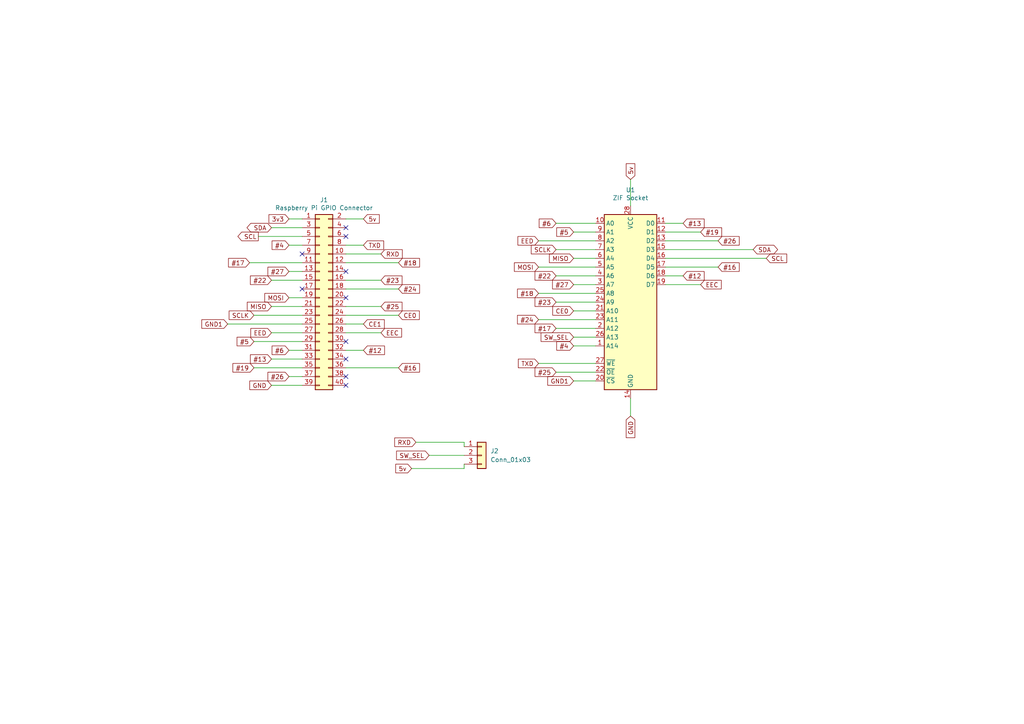
<source format=kicad_sch>
(kicad_sch (version 20211123) (generator eeschema)
  (paper "A4")
  (title_block (title "Pi EEProm Programmer") (date "2023-08-16") (rev "0.9.1"))
  (lib_symbols
    (symbol "Connector_Generic:Conn_01x03" (pin_names (offset 1.016) hide)
      (property "Reference" "J" (at 0 5.08 0))
      (property "Value" "Conn_01x03" (at 0 -5.08 0))
      (symbol "Conn_01x03_1_1"
        (rectangle (start -1.27 -2.413) (end 0 -2.667) (stroke (width 0.1524)))
        (rectangle (start -1.27 0.127) (end 0 -0.127) (stroke (width 0.1524)))
        (rectangle (start -1.27 2.667) (end 0 2.413) (stroke (width 0.1524)))
        (rectangle (start -1.27 3.81) (end 1.27 -3.81) (stroke (width 0.254)) (fill (type background)))
        (pin passive line (at -5.08 2.54 0) (length 3.81) (name "Pin_1") (number "1"))
        (pin passive line (at -5.08 0 0) (length 3.81) (name "Pin_2") (number "2"))
        (pin passive line (at -5.08 -2.54 0) (length 3.81) (name "Pin_3") (number "3"))
      )
    )
    (symbol "pi-eeprom-programmer-rescue:28C256-Memory_EEPROM"
      (property "Reference" "U" (at -7.62 26.67 0))
      (property "Value" "28C256-Memory_EEPROM" (at 2.54 -26.67 0))
      (symbol "28C256-Memory_EEPROM_1_1"
        (rectangle (start -7.62 25.4) (end 7.62 -25.4) (stroke (width 0.254)) (fill (type background)))
        (pin input line (at -10.16 -12.7 0) (length 2.54) (name "A14") (number "1"))
        (pin input line (at -10.16 22.86 0) (length 2.54) (name "A0") (number "10"))
        (pin tri_state line (at 10.16 22.86 180) (length 2.54) (name "D0") (number "11"))
        (pin tri_state line (at 10.16 20.32 180) (length 2.54) (name "D1") (number "12"))
        (pin tri_state line (at 10.16 17.78 180) (length 2.54) (name "D2") (number "13"))
        (pin power_in line (at 0 -27.94 90) (length 2.54) (name "GND") (number "14"))
        (pin tri_state line (at 10.16 15.24 180) (length 2.54) (name "D3") (number "15"))
        (pin tri_state line (at 10.16 12.7 180) (length 2.54) (name "D4") (number "16"))
        (pin tri_state line (at 10.16 10.16 180) (length 2.54) (name "D5") (number "17"))
        (pin tri_state line (at 10.16 7.62 180) (length 2.54) (name "D6") (number "18"))
        (pin tri_state line (at 10.16 5.08 180) (length 2.54) (name "D7") (number "19"))
        (pin input line (at -10.16 -7.62 0) (length 2.54) (name "A12") (number "2"))
        (pin input line (at -10.16 -22.86 0) (length 2.54) (name "~{CS}") (number "20"))
        (pin input line (at -10.16 -2.54 0) (length 2.54) (name "A10") (number "21"))
        (pin input line (at -10.16 -20.32 0) (length 2.54) (name "~{OE}") (number "22"))
        (pin input line (at -10.16 -5.08 0) (length 2.54) (name "A11") (number "23"))
        (pin input line (at -10.16 0 0) (length 2.54) (name "A9") (number "24"))
        (pin input line (at -10.16 2.54 0) (length 2.54) (name "A8") (number "25"))
        (pin input line (at -10.16 -10.16 0) (length 2.54) (name "A13") (number "26"))
        (pin input line (at -10.16 -17.78 0) (length 2.54) (name "~{WE}") (number "27"))
        (pin power_in line (at 0 27.94 270) (length 2.54) (name "VCC") (number "28"))
        (pin input line (at -10.16 5.08 0) (length 2.54) (name "A7") (number "3"))
        (pin input line (at -10.16 7.62 0) (length 2.54) (name "A6") (number "4"))
        (pin input line (at -10.16 10.16 0) (length 2.54) (name "A5") (number "5"))
        (pin input line (at -10.16 12.7 0) (length 2.54) (name "A4") (number "6"))
        (pin input line (at -10.16 15.24 0) (length 2.54) (name "A3") (number "7"))
        (pin input line (at -10.16 17.78 0) (length 2.54) (name "A2") (number "8"))
        (pin input line (at -10.16 20.32 0) (length 2.54) (name "A1") (number "9"))
      )
    )
    (symbol "pi-eeprom-programmer-rescue:Conn_02x20_Odd_Even-Connector_Generic" (pin_names (offset 1.016) hide)
      (property "Reference" "J" (at 1.27 25.4 0))
      (property "Value" "Conn_02x20_Odd_Even-Connector_Generic" (at 1.27 -27.94 0))
      (symbol "Conn_02x20_Odd_Even-Connector_Generic_1_1"
        (rectangle (start -1.27 -25.273) (end 0 -25.527) (stroke (width 0.1524)))
        (rectangle (start -1.27 -22.733) (end 0 -22.987) (stroke (width 0.1524)))
        (rectangle (start -1.27 -20.193) (end 0 -20.447) (stroke (width 0.1524)))
        (rectangle (start -1.27 -17.653) (end 0 -17.907) (stroke (width 0.1524)))
        (rectangle (start -1.27 -15.113) (end 0 -15.367) (stroke (width 0.1524)))
        (rectangle (start -1.27 -12.573) (end 0 -12.827) (stroke (width 0.1524)))
        (rectangle (start -1.27 -10.033) (end 0 -10.287) (stroke (width 0.1524)))
        (rectangle (start -1.27 -7.493) (end 0 -7.747) (stroke (width 0.1524)))
        (rectangle (start -1.27 -4.953) (end 0 -5.207) (stroke (width 0.1524)))
        (rectangle (start -1.27 -2.413) (end 0 -2.667) (stroke (width 0.1524)))
        (rectangle (start -1.27 0.127) (end 0 -0.127) (stroke (width 0.1524)))
        (rectangle (start -1.27 2.667) (end 0 2.413) (stroke (width 0.1524)))
        (rectangle (start -1.27 5.207) (end 0 4.953) (stroke (width 0.1524)))
        (rectangle (start -1.27 7.747) (end 0 7.493) (stroke (width 0.1524)))
        (rectangle (start -1.27 10.287) (end 0 10.033) (stroke (width 0.1524)))
        (rectangle (start -1.27 12.827) (end 0 12.573) (stroke (width 0.1524)))
        (rectangle (start -1.27 15.367) (end 0 15.113) (stroke (width 0.1524)))
        (rectangle (start -1.27 17.907) (end 0 17.653) (stroke (width 0.1524)))
        (rectangle (start -1.27 20.447) (end 0 20.193) (stroke (width 0.1524)))
        (rectangle (start -1.27 22.987) (end 0 22.733) (stroke (width 0.1524)))
        (rectangle (start -1.27 24.13) (end 3.81 -26.67) (stroke (width 0.254)) (fill (type background)))
        (rectangle (start 3.81 -25.273) (end 2.54 -25.527) (stroke (width 0.1524)))
        (rectangle (start 3.81 -22.733) (end 2.54 -22.987) (stroke (width 0.1524)))
        (rectangle (start 3.81 -20.193) (end 2.54 -20.447) (stroke (width 0.1524)))
        (rectangle (start 3.81 -17.653) (end 2.54 -17.907) (stroke (width 0.1524)))
        (rectangle (start 3.81 -15.113) (end 2.54 -15.367) (stroke (width 0.1524)))
        (rectangle (start 3.81 -12.573) (end 2.54 -12.827) (stroke (width 0.1524)))
        (rectangle (start 3.81 -10.033) (end 2.54 -10.287) (stroke (width 0.1524)))
        (rectangle (start 3.81 -7.493) (end 2.54 -7.747) (stroke (width 0.1524)))
        (rectangle (start 3.81 -4.953) (end 2.54 -5.207) (stroke (width 0.1524)))
        (rectangle (start 3.81 -2.413) (end 2.54 -2.667) (stroke (width 0.1524)))
        (rectangle (start 3.81 0.127) (end 2.54 -0.127) (stroke (width 0.1524)))
        (rectangle (start 3.81 2.667) (end 2.54 2.413) (stroke (width 0.1524)))
        (rectangle (start 3.81 5.207) (end 2.54 4.953) (stroke (width 0.1524)))
        (rectangle (start 3.81 7.747) (end 2.54 7.493) (stroke (width 0.1524)))
        (rectangle (start 3.81 10.287) (end 2.54 10.033) (stroke (width 0.1524)))
        (rectangle (start 3.81 12.827) (end 2.54 12.573) (stroke (width 0.1524)))
        (rectangle (start 3.81 15.367) (end 2.54 15.113) (stroke (width 0.1524)))
        (rectangle (start 3.81 17.907) (end 2.54 17.653) (stroke (width 0.1524)))
        (rectangle (start 3.81 20.447) (end 2.54 20.193) (stroke (width 0.1524)))
        (rectangle (start 3.81 22.987) (end 2.54 22.733) (stroke (width 0.1524)))
        (pin passive line (at -5.08 22.86 0) (length 3.81) (name "Pin_1") (number "1"))
        (pin passive line (at 7.62 12.7 180) (length 3.81) (name "Pin_10") (number "10"))
        (pin passive line (at -5.08 10.16 0) (length 3.81) (name "Pin_11") (number "11"))
        (pin passive line (at 7.62 10.16 180) (length 3.81) (name "Pin_12") (number "12"))
        (pin passive line (at -5.08 7.62 0) (length 3.81) (name "Pin_13") (number "13"))
        (pin passive line (at 7.62 7.62 180) (length 3.81) (name "Pin_14") (number "14"))
        (pin passive line (at -5.08 5.08 0) (length 3.81) (name "Pin_15") (number "15"))
        (pin passive line (at 7.62 5.08 180) (length 3.81) (name "Pin_16") (number "16"))
        (pin passive line (at -5.08 2.54 0) (length 3.81) (name "Pin_17") (number "17"))
        (pin passive line (at 7.62 2.54 180) (length 3.81) (name "Pin_18") (number "18"))
        (pin passive line (at -5.08 0 0) (length 3.81) (name "Pin_19") (number "19"))
        (pin passive line (at 7.62 22.86 180) (length 3.81) (name "Pin_2") (number "2"))
        (pin passive line (at 7.62 0 180) (length 3.81) (name "Pin_20") (number "20"))
        (pin passive line (at -5.08 -2.54 0) (length 3.81) (name "Pin_21") (number "21"))
        (pin passive line (at 7.62 -2.54 180) (length 3.81) (name "Pin_22") (number "22"))
        (pin passive line (at -5.08 -5.08 0) (length 3.81) (name "Pin_23") (number "23"))
        (pin passive line (at 7.62 -5.08 180) (length 3.81) (name "Pin_24") (number "24"))
        (pin passive line (at -5.08 -7.62 0) (length 3.81) (name "Pin_25") (number "25"))
        (pin passive line (at 7.62 -7.62 180) (length 3.81) (name "Pin_26") (number "26"))
        (pin passive line (at -5.08 -10.16 0) (length 3.81) (name "Pin_27") (number "27"))
        (pin passive line (at 7.62 -10.16 180) (length 3.81) (name "Pin_28") (number "28"))
        (pin passive line (at -5.08 -12.7 0) (length 3.81) (name "Pin_29") (number "29"))
        (pin passive line (at -5.08 20.32 0) (length 3.81) (name "Pin_3") (number "3"))
        (pin passive line (at 7.62 -12.7 180) (length 3.81) (name "Pin_30") (number "30"))
        (pin passive line (at -5.08 -15.24 0) (length 3.81) (name "Pin_31") (number "31"))
        (pin passive line (at 7.62 -15.24 180) (length 3.81) (name "Pin_32") (number "32"))
        (pin passive line (at -5.08 -17.78 0) (length 3.81) (name "Pin_33") (number "33"))
        (pin passive line (at 7.62 -17.78 180) (length 3.81) (name "Pin_34") (number "34"))
        (pin passive line (at -5.08 -20.32 0) (length 3.81) (name "Pin_35") (number "35"))
        (pin passive line (at 7.62 -20.32 180) (length 3.81) (name "Pin_36") (number "36"))
        (pin passive line (at -5.08 -22.86 0) (length 3.81) (name "Pin_37") (number "37"))
        (pin passive line (at 7.62 -22.86 180) (length 3.81) (name "Pin_38") (number "38"))
        (pin passive line (at -5.08 -25.4 0) (length 3.81) (name "Pin_39") (number "39"))
        (pin passive line (at 7.62 20.32 180) (length 3.81) (name "Pin_4") (number "4"))
        (pin passive line (at 7.62 -25.4 180) (length 3.81) (name "Pin_40") (number "40"))
        (pin passive line (at -5.08 17.78 0) (length 3.81) (name "Pin_5") (number "5"))
        (pin passive line (at 7.62 17.78 180) (length 3.81) (name "Pin_6") (number "6"))
        (pin passive line (at -5.08 15.24 0) (length 3.81) (name "Pin_7") (number "7"))
        (pin passive line (at 7.62 15.24 180) (length 3.81) (name "Pin_8") (number "8"))
        (pin passive line (at -5.08 12.7 0) (length 3.81) (name "Pin_9") (number "9"))
      )
    )
  )
  (no_connect (at 100.33 66.04))
  (no_connect (at 100.33 109.22))
  (no_connect (at 100.33 104.14))
  (no_connect (at 87.63 73.66))
  (no_connect (at 100.33 99.06))
  (no_connect (at 100.33 86.36))
  (no_connect (at 100.33 68.58))
  (no_connect (at 100.33 78.74))
  (no_connect (at 87.63 83.82))
  (no_connect (at 100.33 111.76))
  (wire (pts (xy 161.29 80.01) (xy 172.72 80.01)))
  (wire (pts (xy 156.21 105.41) (xy 172.72 105.41)))
  (wire (pts (xy 83.82 78.74) (xy 87.63 78.74)))
  (wire (pts (xy 115.57 91.44) (xy 100.33 91.44)))
  (wire (pts (xy 73.66 91.44) (xy 87.63 91.44)))
  (wire (pts (xy 115.57 83.82) (xy 100.33 83.82)))
  (wire (pts (xy 198.12 80.01) (xy 193.04 80.01)))
  (wire (pts (xy 166.37 74.93) (xy 172.72 74.93)))
  (wire (pts (xy 166.37 82.55) (xy 172.72 82.55)))
  (wire (pts (xy 78.74 81.28) (xy 87.63 81.28)))
  (wire (pts (xy 105.41 71.12) (xy 100.33 71.12)))
  (wire (pts (xy 105.41 63.5) (xy 100.33 63.5)))
  (wire (pts (xy 78.74 104.14) (xy 87.63 104.14)))
  (wire (pts (xy 83.82 63.5) (xy 87.63 63.5)))
  (wire (pts (xy 110.49 73.66) (xy 100.33 73.66)))
  (wire (pts (xy 78.74 66.04) (xy 87.63 66.04)))
  (wire (pts (xy 124.46 132.08) (xy 134.62 132.08)))
  (wire (pts (xy 161.29 87.63) (xy 172.72 87.63)))
  (wire (pts (xy 83.82 71.12) (xy 87.63 71.12)))
  (wire (pts (xy 72.39 76.2) (xy 87.63 76.2)))
  (wire (pts (xy 161.29 72.39) (xy 172.72 72.39)))
  (wire (pts (xy 208.28 69.85) (xy 193.04 69.85)))
  (wire (pts (xy 166.37 67.31) (xy 172.72 67.31)))
  (wire (pts (xy 78.74 96.52) (xy 87.63 96.52)))
  (wire (pts (xy 182.88 120.65) (xy 182.88 115.57)))
  (wire (pts (xy 203.2 82.55) (xy 193.04 82.55)))
  (wire (pts (xy 156.21 69.85) (xy 172.72 69.85)))
  (wire (pts (xy 161.29 107.95) (xy 172.72 107.95)))
  (wire (pts (xy 166.37 100.33) (xy 172.72 100.33)))
  (wire (pts (xy 134.62 135.89) (xy 134.62 134.62)))
  (wire (pts (xy 78.74 88.9) (xy 87.63 88.9)))
  (wire (pts (xy 120.65 128.27) (xy 134.62 128.27)))
  (wire (pts (xy 161.29 64.77) (xy 172.72 64.77)))
  (wire (pts (xy 83.82 101.6) (xy 87.63 101.6)))
  (wire (pts (xy 110.49 88.9) (xy 100.33 88.9)))
  (wire (pts (xy 110.49 81.28) (xy 100.33 81.28)))
  (wire (pts (xy 115.57 76.2) (xy 100.33 76.2)))
  (wire (pts (xy 156.21 77.47) (xy 172.72 77.47)))
  (wire (pts (xy 73.66 99.06) (xy 87.63 99.06)))
  (wire (pts (xy 218.44 72.39) (xy 193.04 72.39)))
  (wire (pts (xy 166.37 110.49) (xy 172.72 110.49)))
  (wire (pts (xy 161.29 95.25) (xy 172.72 95.25)))
  (wire (pts (xy 134.62 128.27) (xy 134.62 129.54)))
  (wire (pts (xy 182.88 52.07) (xy 182.88 59.69)))
  (wire (pts (xy 203.2 67.31) (xy 193.04 67.31)))
  (wire (pts (xy 83.82 86.36) (xy 87.63 86.36)))
  (wire (pts (xy 73.66 106.68) (xy 87.63 106.68)))
  (wire (pts (xy 74.93 68.58) (xy 87.63 68.58)))
  (wire (pts (xy 166.37 97.79) (xy 172.72 97.79)))
  (wire (pts (xy 105.41 93.98) (xy 100.33 93.98)))
  (wire (pts (xy 119.38 135.89) (xy 134.62 135.89)))
  (wire (pts (xy 198.12 64.77) (xy 193.04 64.77)))
  (wire (pts (xy 166.37 90.17) (xy 172.72 90.17)))
  (wire (pts (xy 156.21 92.71) (xy 172.72 92.71)))
  (wire (pts (xy 222.25 74.93) (xy 193.04 74.93)))
  (wire (pts (xy 110.49 96.52) (xy 100.33 96.52)))
  (wire (pts (xy 83.82 109.22) (xy 87.63 109.22)))
  (wire (pts (xy 115.57 106.68) (xy 100.33 106.68)))
  (wire (pts (xy 105.41 101.6) (xy 100.33 101.6)))
  (wire (pts (xy 208.28 77.47) (xy 193.04 77.47)))
  (wire (pts (xy 87.63 111.76) (xy 78.74 111.76)))
  (wire (pts (xy 66.04 93.98) (xy 87.63 93.98)))
  (wire (pts (xy 156.21 85.09) (xy 172.72 85.09)))
  (global_label "#5" (shape input) (at 73.66 99.06 180) (property "Intersheet References" "${INTERSHEET_REFS}" (effects hide)))
  (global_label "#6" (shape input) (at 161.29 64.77 180) (property "Intersheet References" "${INTERSHEET_REFS}" (effects hide)))
  (global_label "#27" (shape input) (at 166.37 82.55 180) (property "Intersheet References" "${INTERSHEET_REFS}" (effects hide)))
  (global_label "EEC" (shape input) (at 203.2 82.55 0) (property "Intersheet References" "${INTERSHEET_REFS}" (effects hide)))
  (global_label "#12" (shape input) (at 198.12 80.01 0) (property "Intersheet References" "${INTERSHEET_REFS}" (effects hide)))
  (global_label "#23" (shape input) (at 110.49 81.28 0) (property "Intersheet References" "${INTERSHEET_REFS}" (effects hide)))
  (global_label "RXD" (shape input) (at 110.49 73.66 0) (property "Intersheet References" "${INTERSHEET_REFS}" (effects hide)))
  (global_label "3v3" (shape input) (at 83.82 63.5 180) (property "Intersheet References" "${INTERSHEET_REFS}" (effects hide)))
  (global_label "#22" (shape input) (at 78.74 81.28 180) (property "Intersheet References" "${INTERSHEET_REFS}" (effects hide)))
  (global_label "#12" (shape input) (at 105.41 101.6 0) (property "Intersheet References" "${INTERSHEET_REFS}" (effects hide)))
  (global_label "SDA" (shape bidirectional) (at 78.74 66.04 180) (property "Intersheet References" "${INTERSHEET_REFS}" (effects hide)))
  (global_label "CE0" (shape input) (at 166.37 90.17 180) (property "Intersheet References" "${INTERSHEET_REFS}" (effects hide)))
  (global_label "#18" (shape input) (at 156.21 85.09 180) (property "Intersheet References" "${INTERSHEET_REFS}" (effects hide)))
  (global_label "SCL" (shape input) (at 222.25 74.93 0) (property "Intersheet References" "${INTERSHEET_REFS}" (effects hide)))
  (global_label "SW_SEL" (shape input) (at 124.46 132.08 180) (property "Intersheet References" "${INTERSHEET_REFS}" (effects hide)))
  (global_label "#24" (shape input) (at 156.21 92.71 180) (property "Intersheet References" "${INTERSHEET_REFS}" (effects hide)))
  (global_label "SDA" (shape bidirectional) (at 218.44 72.39 0) (property "Intersheet References" "${INTERSHEET_REFS}" (effects hide)))
  (global_label "GND1" (shape input) (at 166.37 110.49 180) (property "Intersheet References" "${INTERSHEET_REFS}" (effects hide)))
  (global_label "#16" (shape input) (at 208.28 77.47 0) (property "Intersheet References" "${INTERSHEET_REFS}" (effects hide)))
  (global_label "SCLK" (shape input) (at 161.29 72.39 180) (property "Intersheet References" "${INTERSHEET_REFS}" (effects hide)))
  (global_label "MISO" (shape input) (at 166.37 74.93 180) (property "Intersheet References" "${INTERSHEET_REFS}" (effects hide)))
  (global_label "TXD" (shape input) (at 156.21 105.41 180) (property "Intersheet References" "${INTERSHEET_REFS}" (effects hide)))
  (global_label "#26" (shape input) (at 208.28 69.85 0) (property "Intersheet References" "${INTERSHEET_REFS}" (effects hide)))
  (global_label "#23" (shape input) (at 161.29 87.63 180) (property "Intersheet References" "${INTERSHEET_REFS}" (effects hide)))
  (global_label "GND1" (shape input) (at 66.04 93.98 180) (property "Intersheet References" "${INTERSHEET_REFS}" (effects hide)))
  (global_label "EEC" (shape input) (at 110.49 96.52 0) (property "Intersheet References" "${INTERSHEET_REFS}" (effects hide)))
  (global_label "MOSI" (shape input) (at 156.21 77.47 180) (property "Intersheet References" "${INTERSHEET_REFS}" (effects hide)))
  (global_label "#4" (shape input) (at 83.82 71.12 180) (property "Intersheet References" "${INTERSHEET_REFS}" (effects hide)))
  (global_label "#27" (shape input) (at 83.82 78.74 180) (property "Intersheet References" "${INTERSHEET_REFS}" (effects hide)))
  (global_label "#4" (shape input) (at 166.37 100.33 180) (property "Intersheet References" "${INTERSHEET_REFS}" (effects hide)))
  (global_label "#6" (shape input) (at 83.82 101.6 180) (property "Intersheet References" "${INTERSHEET_REFS}" (effects hide)))
  (global_label "#17" (shape input) (at 72.39 76.2 180) (property "Intersheet References" "${INTERSHEET_REFS}" (effects hide)))
  (global_label "5v" (shape input) (at 105.41 63.5 0) (property "Intersheet References" "${INTERSHEET_REFS}" (effects hide)))
  (global_label "MISO" (shape input) (at 78.74 88.9 180) (property "Intersheet References" "${INTERSHEET_REFS}" (effects hide)))
  (global_label "RXD" (shape input) (at 120.65 128.27 180) (property "Intersheet References" "${INTERSHEET_REFS}" (effects hide)))
  (global_label "GND" (shape input) (at 182.88 120.65 270) (property "Intersheet References" "${INTERSHEET_REFS}" (effects hide)))
  (global_label "5v" (shape input) (at 182.88 52.07 90) (property "Intersheet References" "${INTERSHEET_REFS}" (effects hide)))
  (global_label "#22" (shape input) (at 161.29 80.01 180) (property "Intersheet References" "${INTERSHEET_REFS}" (effects hide)))
  (global_label "#25" (shape input) (at 161.29 107.95 180) (property "Intersheet References" "${INTERSHEET_REFS}" (effects hide)))
  (global_label "SCL" (shape output) (at 74.93 68.58 180) (property "Intersheet References" "${INTERSHEET_REFS}" (effects hide)))
  (global_label "CE1" (shape input) (at 105.41 93.98 0) (property "Intersheet References" "${INTERSHEET_REFS}" (effects hide)))
  (global_label "EED" (shape input) (at 78.74 96.52 180) (property "Intersheet References" "${INTERSHEET_REFS}" (effects hide)))
  (global_label "#18" (shape input) (at 115.57 76.2 0) (property "Intersheet References" "${INTERSHEET_REFS}" (effects hide)))
  (global_label "#5" (shape input) (at 166.37 67.31 180) (property "Intersheet References" "${INTERSHEET_REFS}" (effects hide)))
  (global_label "#25" (shape input) (at 110.49 88.9 0) (property "Intersheet References" "${INTERSHEET_REFS}" (effects hide)))
  (global_label "GND" (shape input) (at 78.74 111.76 180) (property "Intersheet References" "${INTERSHEET_REFS}" (effects hide)))
  (global_label "#16" (shape input) (at 115.57 106.68 0) (property "Intersheet References" "${INTERSHEET_REFS}" (effects hide)))
  (global_label "5v" (shape input) (at 119.38 135.89 180) (property "Intersheet References" "${INTERSHEET_REFS}" (effects hide)))
  (global_label "SCLK" (shape input) (at 73.66 91.44 180) (property "Intersheet References" "${INTERSHEET_REFS}" (effects hide)))
  (global_label "#13" (shape input) (at 198.12 64.77 0) (property "Intersheet References" "${INTERSHEET_REFS}" (effects hide)))
  (global_label "EED" (shape input) (at 156.21 69.85 180) (property "Intersheet References" "${INTERSHEET_REFS}" (effects hide)))
  (global_label "#17" (shape input) (at 161.29 95.25 180) (property "Intersheet References" "${INTERSHEET_REFS}" (effects hide)))
  (global_label "#19" (shape input) (at 73.66 106.68 180) (property "Intersheet References" "${INTERSHEET_REFS}" (effects hide)))
  (global_label "CE0" (shape input) (at 115.57 91.44 0) (property "Intersheet References" "${INTERSHEET_REFS}" (effects hide)))
  (global_label "#24" (shape input) (at 115.57 83.82 0) (property "Intersheet References" "${INTERSHEET_REFS}" (effects hide)))
  (global_label "#19" (shape input) (at 203.2 67.31 0) (property "Intersheet References" "${INTERSHEET_REFS}" (effects hide)))
  (global_label "MOSI" (shape input) (at 83.82 86.36 180) (property "Intersheet References" "${INTERSHEET_REFS}" (effects hide)))
  (global_label "TXD" (shape input) (at 105.41 71.12 0) (property "Intersheet References" "${INTERSHEET_REFS}" (effects hide)))
  (global_label "#13" (shape input) (at 78.74 104.14 180) (property "Intersheet References" "${INTERSHEET_REFS}" (effects hide)))
  (global_label "SW_SEL" (shape input) (at 166.37 97.79 180) (property "Intersheet References" "${INTERSHEET_REFS}" (effects hide)))
  (global_label "#26" (shape input) (at 83.82 109.22 180) (property "Intersheet References" "${INTERSHEET_REFS}" (effects hide)))
  (symbol (lib_id "pi-eeprom-programmer-rescue:Conn_02x20_Odd_Even-Connector_Generic") (at 92.71 86.36 0) (unit 1)
    (property "Reference" "J1" (at 93.98 57.9882 0))
    (property "Value" "Raspberry Pi GPIO Connector" (at 93.98 60.2996 0))
    (property "Footprint" "Connector_PinSocket_2.54mm:PinSocket_2x20_P2.54mm_Horizontal" (effects hide))
  )
  (symbol (lib_id "pi-eeprom-programmer-rescue:28C256-Memory_EEPROM") (at 182.88 87.63 0) (unit 1)
    (property "Reference" "U1" (at 182.88 55.0926 0))
    (property "Value" "ZIF Socket" (at 182.88 57.404 0))
    (property "Footprint" "Package_DIP:DIP-28_W15.24mm" (effects hide))
    (property "Datasheet" "http://ww1.microchip.com/downloads/en/DeviceDoc/doc0006.pdf" (effects hide))
  )
  (symbol (lib_id "Connector_Generic:Conn_01x03") (at 139.7 132.08 0) (unit 1)
    (property "Reference" "J2" (at 142.24 130.8099 0) (effects (justify left)))
    (property "Value" "Conn_01x03" (at 142.24 133.3499 0) (effects (justify left)))
    (property "Footprint" "Connector_PinHeader_2.54mm:PinHeader_1x03_P2.54mm_Vertical" (effects hide))
  )
)
</source>
